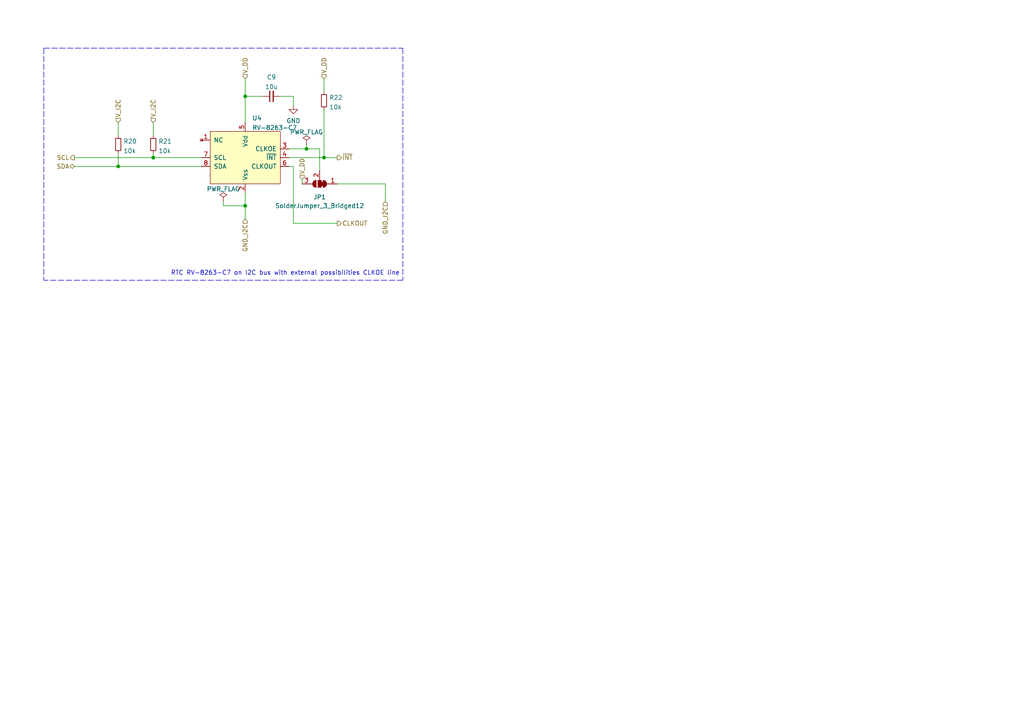
<source format=kicad_sch>
(kicad_sch (version 20231120) (generator "eeschema") (generator_version "8.0")
  (paper "A4")
  (lib_symbols
    (symbol "Device:C_Small" (pin_numbers hide) (pin_names (offset 0.254) hide)
      (property "Reference" "C" (at 0.254 1.778 0))
      (property "Value" "C_Small" (at 0.254 -2.032 0))
      (symbol "C_Small_0_1"
        (polyline (pts (xy -1.524 -0.508) (xy 1.524 -0.508)) (stroke (width 0.3302)))
        (polyline (pts (xy -1.524 0.508) (xy 1.524 0.508)) (stroke (width 0.3048)))
      )
      (symbol "C_Small_1_1"
        (pin passive line (at 0 2.54 270) (length 2.032) (name "~") (number "1"))
        (pin passive line (at 0 -2.54 90) (length 2.032) (name "~") (number "2"))
      )
    )
    (symbol "Device:R_Small" (pin_numbers hide) (pin_names (offset 0.254) hide)
      (property "Reference" "R" (at 0.762 0.508 0))
      (property "Value" "R_Small" (at 0.762 -1.016 0))
      (symbol "R_Small_0_1"
        (rectangle (start -0.762 1.778) (end 0.762 -1.778) (stroke (width 0.2032)))
      )
      (symbol "R_Small_1_1"
        (pin passive line (at 0 2.54 270) (length 0.762) (name "~") (number "1"))
        (pin passive line (at 0 -2.54 90) (length 0.762) (name "~") (number "2"))
      )
    )
    (symbol "Jumper:SolderJumper_3_Bridged12" (pin_names (offset 0) hide)
      (property "Reference" "JP" (at -2.54 -2.54 0))
      (property "Value" "SolderJumper_3_Bridged12" (at 0 2.794 0))
      (symbol "SolderJumper_3_Bridged12_0_1"
        (rectangle (start -1.016 0.508) (end -0.508 -0.508) (fill (type outline)))
        (arc (start -1.016 1.016) (mid -2.0276 0) (end -1.016 -1.016))
        (arc (start -1.016 1.016) (mid -2.0276 0) (end -1.016 -1.016) (fill (type outline)))
        (rectangle (start -0.508 1.016) (end 0.508 -1.016) (fill (type outline)))
        (polyline (pts (xy -2.54 0) (xy -2.032 0)))
        (polyline (pts (xy -1.016 1.016) (xy -1.016 -1.016)))
        (polyline (pts (xy 0 -1.27) (xy 0 -1.016)))
        (polyline (pts (xy 1.016 1.016) (xy 1.016 -1.016)))
        (polyline (pts (xy 2.54 0) (xy 2.032 0)))
        (arc (start 1.016 -1.016) (mid 2.0276 0) (end 1.016 1.016))
        (arc (start 1.016 -1.016) (mid 2.0276 0) (end 1.016 1.016) (fill (type outline)))
      )
      (symbol "SolderJumper_3_Bridged12_1_1"
        (pin passive line (at -5.08 0 0) (length 2.54) (name "A") (number "1"))
        (pin passive line (at 0 -3.81 90) (length 2.54) (name "C") (number "2"))
        (pin passive line (at 5.08 0 180) (length 2.54) (name "B") (number "3"))
      )
    )
    (symbol "MyRTCTimer:RV-8263-C7" (pin_names (offset 1.016))
      (property "Reference" "U" (at -8.89 8.89 0))
      (property "Value" "RV-8263-C7" (at 7.62 8.89 0))
      (symbol "RV-8263-C7_0_0"
        (pin no_connect line (at -12.7 5.08 0) (length 2.54) (name "NC") (number "1"))
        (pin power_in line (at 0 -10.16 90) (length 2.54) (name "Vss") (number "2"))
        (pin input line (at 12.7 2.54 180) (length 2.54) (name "CLKOE") (number "3"))
        (pin open_collector line (at 12.7 0 180) (length 2.54) (name "~{INT}") (number "4"))
        (pin power_in line (at 0 10.16 270) (length 2.54) (name "Vdd") (number "5"))
        (pin output line (at 12.7 -2.54 180) (length 2.54) (name "CLKOUT") (number "6"))
        (pin input line (at -12.7 0 0) (length 2.54) (name "SCL") (number "7"))
        (pin bidirectional line (at -12.7 -2.54 0) (length 2.54) (name "SDA") (number "8"))
      )
      (symbol "RV-8263-C7_0_1"
        (rectangle (start -10.16 7.62) (end 10.16 -7.62) (fill (type background)))
      )
    )
    (symbol "power:GND" (power) (pin_names (offset 0))
      (property "Value" "GND" (at 0 -3.81 0))
      (symbol "GND_0_1"
        (polyline (pts (xy 0 0) (xy 0 -1.27) (xy 1.27 -1.27) (xy 0 -2.54) (xy -1.27 -1.27) (xy 0 -1.27)))
      )
      (symbol "GND_1_1"
        (pin power_in line (at 0 0 270) (length 0) hide (name "GND") (number "1"))
      )
    )
    (symbol "power:PWR_FLAG" (power) (pin_numbers hide) (pin_names (offset 0) hide)
      (property "Value" "PWR_FLAG" (at 0 3.81 0))
      (symbol "PWR_FLAG_0_0"
        (pin power_out line (at 0 0 90) (length 0) (name "pwr") (number "1"))
      )
      (symbol "PWR_FLAG_0_1"
        (polyline (pts (xy 0 0) (xy 0 1.27) (xy -1.016 1.905) (xy 0 2.54) (xy 1.016 1.905) (xy 0 1.27)))
      )
    )
  )
  (junction (at 44.45 45.72))
  (junction (at 71.12 59.69))
  (junction (at 93.98 45.72))
  (junction (at 34.29 48.26))
  (junction (at 88.9 43.18))
  (junction (at 71.12 27.94))
  (wire (pts (xy 34.29 35.56) (xy 34.29 39.37)))
  (wire (pts (xy 83.82 45.72) (xy 93.98 45.72)))
  (wire (pts (xy 93.98 45.72) (xy 97.79 45.72)))
  (wire (pts (xy 44.45 35.56) (xy 44.45 39.37)))
  (wire (pts (xy 88.9 43.18) (xy 92.71 43.18)))
  (wire (pts (xy 85.09 64.77) (xy 97.79 64.77)))
  (polyline (pts (xy 12.7 13.97) (xy 12.7 81.28)) (stroke (width 0) (type dash)))
  (wire (pts (xy 21.59 48.26) (xy 34.29 48.26)))
  (wire (pts (xy 34.29 44.45) (xy 34.29 48.26)))
  (wire (pts (xy 87.63 52.07) (xy 87.63 53.34)))
  (wire (pts (xy 85.09 48.26) (xy 85.09 64.77)))
  (wire (pts (xy 93.98 22.86) (xy 93.98 26.67)))
  (wire (pts (xy 93.98 45.72) (xy 93.98 31.75)))
  (wire (pts (xy 88.9 41.91) (xy 88.9 43.18)))
  (polyline (pts (xy 116.84 81.28) (xy 12.7 81.28)) (stroke (width 0) (type dash)))
  (wire (pts (xy 111.76 53.34) (xy 111.76 58.42)))
  (wire (pts (xy 71.12 59.69) (xy 71.12 63.5)))
  (wire (pts (xy 92.71 43.18) (xy 92.71 49.53)))
  (wire (pts (xy 71.12 55.88) (xy 71.12 59.69)))
  (wire (pts (xy 83.82 48.26) (xy 85.09 48.26)))
  (wire (pts (xy 64.77 58.42) (xy 64.77 59.69)))
  (wire (pts (xy 64.77 59.69) (xy 71.12 59.69)))
  (wire (pts (xy 97.79 53.34) (xy 111.76 53.34)))
  (wire (pts (xy 44.45 44.45) (xy 44.45 45.72)))
  (wire (pts (xy 85.09 27.94) (xy 85.09 30.48)))
  (wire (pts (xy 83.82 43.18) (xy 88.9 43.18)))
  (wire (pts (xy 71.12 27.94) (xy 71.12 35.56)))
  (wire (pts (xy 44.45 45.72) (xy 58.42 45.72)))
  (wire (pts (xy 21.59 45.72) (xy 44.45 45.72)))
  (wire (pts (xy 71.12 27.94) (xy 76.2 27.94)))
  (polyline (pts (xy 12.7 13.97) (xy 116.84 13.97)) (stroke (width 0) (type dash)))
  (wire (pts (xy 81.28 27.94) (xy 85.09 27.94)))
  (wire (pts (xy 71.12 22.86) (xy 71.12 27.94)))
  (wire (pts (xy 34.29 48.26) (xy 58.42 48.26)))
  (polyline (pts (xy 116.84 13.97) (xy 116.84 81.28)) (stroke (width 0) (type dash)))
  (text "RTC RV-8263-C7 on I2C bus with external possibilities CLKOE line" (at 49.53 80.01 0) (effects (font (size 1.27 1.27)) (justify left bottom)))
  (hierarchical_label "V_DD" (shape input) (at 71.12 22.86 90))
  (hierarchical_label "V_DD" (shape input) (at 93.98 22.86 90))
  (hierarchical_label "CLKOUT" (shape output) (at 97.79 64.77 0))
  (hierarchical_label "V_I2C" (shape input) (at 44.45 35.56 90))
  (hierarchical_label "SDA" (shape bidirectional) (at 21.59 48.26 180))
  (hierarchical_label "GND_I2C" (shape input) (at 71.12 63.5 270))
  (hierarchical_label "V_DD" (shape input) (at 87.63 52.07 90))
  (hierarchical_label "V_I2C" (shape input) (at 34.29 35.56 90))
  (hierarchical_label "~{INT}" (shape output) (at 97.79 45.72 0))
  (hierarchical_label "SCL" (shape output) (at 21.59 45.72 180))
  (hierarchical_label "GND_I2C" (shape input) (at 111.76 58.42 270))
  (symbol (lib_id "Jumper:SolderJumper_3_Bridged12") (at 92.71 53.34 180) (unit 1)
    (property "Reference" "JP1" (at 92.71 57.15 0))
    (property "Value" "SolderJumper_3_Bridged12" (at 92.71 59.69 0))
    (property "Footprint" "Jumper:SolderJumper-3_P1.3mm_Bridged2Bar12_RoundedPad1.0x1.5mm" (effects (hide yes)))
    (property "Description" "3-pole Solder Jumper, pins 1+2 closed/bridged" (effects (hide yes)))
  )
  (symbol (lib_id "Device:R_Small") (at 34.29 41.91 180) (unit 1)
    (property "Reference" "R20" (at 35.7886 41.0015 0) (effects (justify right)))
    (property "Value" "10k" (at 35.7886 43.7766 0) (effects (justify right)))
    (property "Footprint" "Resistor_SMD:R_0603_1608Metric" (effects (hide yes)))
    (property "Description" "Resistor, small symbol" (effects (hide yes)))
  )
  (symbol (lib_id "Device:C_Small") (at 78.74 27.94 90) (unit 1)
    (property "Reference" "C9" (at 78.7463 22.4114 90))
    (property "Value" "10u" (at 78.7463 25.1865 90))
    (property "Footprint" "Capacitor_SMD:C_0603_1608Metric" (effects (hide yes)))
    (property "Description" "Unpolarized capacitor, small symbol" (effects (hide yes)))
  )
  (symbol (lib_id "power:PWR_FLAG") (at 64.77 58.42 0) (unit 1)
    (property "Reference" "#FLG04" (effects (hide yes)))
    (property "Value" "PWR_FLAG" (at 64.77 54.8155 0))
    (property "Description" "Special symbol for telling ERC where power comes from" (effects (hide yes)))
  )
  (symbol (lib_id "Device:R_Small") (at 44.45 41.91 180) (unit 1)
    (property "Reference" "R21" (at 45.9486 41.0015 0) (effects (justify right)))
    (property "Value" "10k" (at 45.9486 43.7766 0) (effects (justify right)))
    (property "Footprint" "Resistor_SMD:R_0603_1608Metric" (effects (hide yes)))
    (property "Description" "Resistor, small symbol" (effects (hide yes)))
  )
  (symbol (lib_id "power:GND") (at 85.09 30.48 0) (unit 1)
    (property "Reference" "#PWR039" (effects (hide yes)))
    (property "Value" "GND" (at 85.09 35.0425 0))
    (property "Description" "Power symbol creates a global label with name \"GND\" , ground" (effects (hide yes)))
  )
  (symbol (lib_id "MyRTCTimer:RV-8263-C7") (at 71.12 45.72 0) (unit 1)
    (property "Reference" "U4" (at 73.1394 34.2605 0) (effects (justify left)))
    (property "Value" "RV-8263-C7" (at 73.1394 37.0356 0) (effects (justify left)))
    (property "Footprint" "MyLocalModules:C7" (effects (hide yes)))
    (property "Datasheet" "https://www.microcrystal.com/fileadmin/Media/Products/RTC/Datasheet/RV-8263-C7.pdf" (effects (hide yes)))
    (property "Description" "Realtime Clock/Calendar I2C Interface, Low power, MicroCrystal" (effects (hide yes)))
  )
  (symbol (lib_id "power:PWR_FLAG") (at 88.9 41.91 0) (unit 1)
    (property "Reference" "#FLG05" (effects (hide yes)))
    (property "Value" "PWR_FLAG" (at 88.9 38.3055 0))
    (property "Description" "Special symbol for telling ERC where power comes from" (effects (hide yes)))
  )
  (symbol (lib_id "Device:R_Small") (at 93.98 29.21 180) (unit 1)
    (property "Reference" "R22" (at 95.4786 28.3015 0) (effects (justify right)))
    (property "Value" "10k" (at 95.4786 31.0766 0) (effects (justify right)))
    (property "Footprint" "Resistor_SMD:R_0603_1608Metric" (effects (hide yes)))
    (property "Description" "Resistor, small symbol" (effects (hide yes)))
  )
)
</source>
